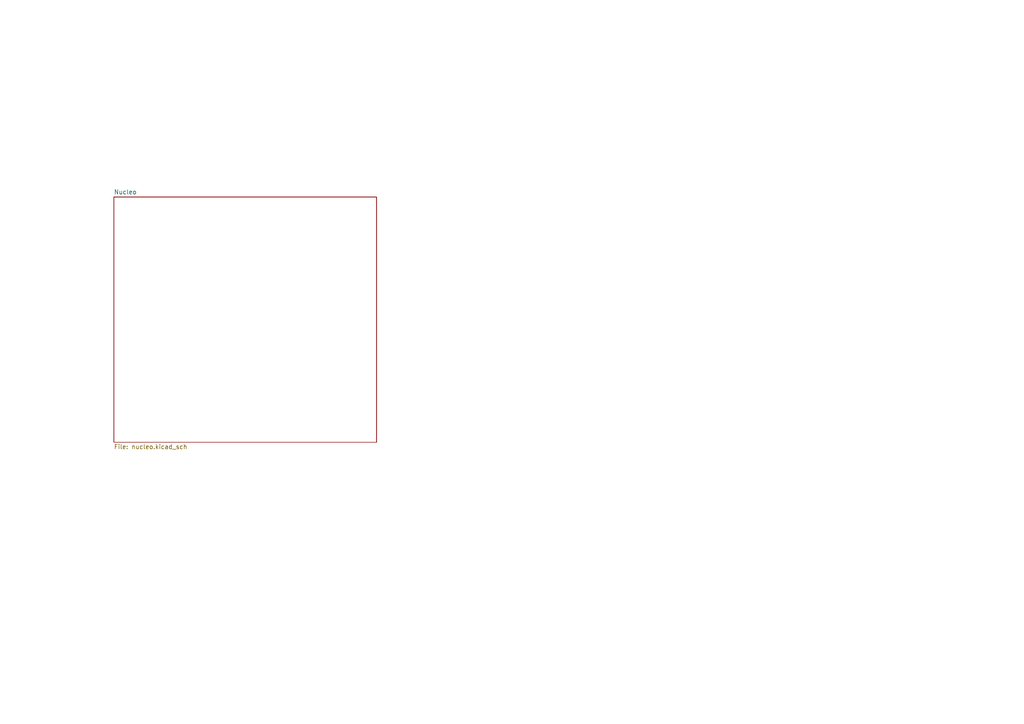
<source format=kicad_sch>
(kicad_sch (version 20211123) (generator eeschema)
  (paper "A4")
  (title_block (title "Li-Fi"))
  (lib_symbols)
  (sheet (at 33.02 57.15) (size 76.2 71.12) (stroke (width 0.1524))
    (property "Sheet name" "Nucleo" (at 33.02 56.4384 0) (effects (justify left bottom)))
    (property "Sheet file" "nucleo.kicad_sch" (at 33.02 128.8546 0) (effects (justify left top)))
  )
)
</source>
